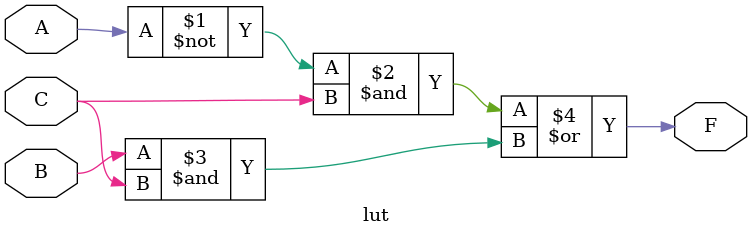
<source format=v>
module lut(
  input A,
  input B,
  input C,
  output F
);

  assign F = (~A & C) | (B & C);

endmodule

</source>
